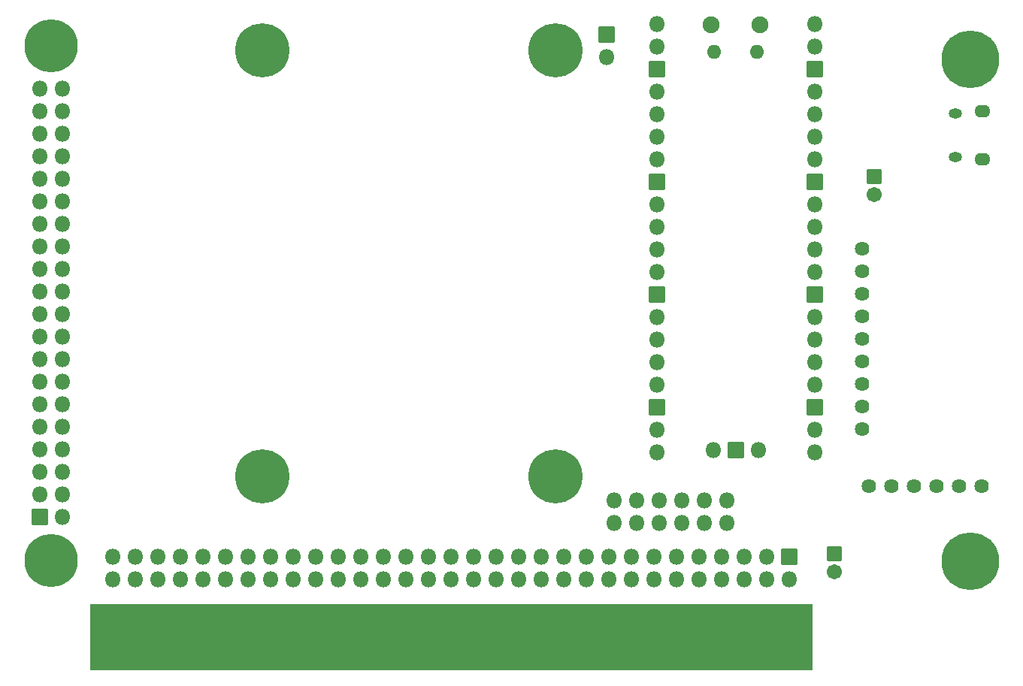
<source format=gbr>
G04 #@! TF.GenerationSoftware,KiCad,Pcbnew,(6.0.5-0)*
G04 #@! TF.CreationDate,2022-07-12T21:34:34-06:00*
G04 #@! TF.ProjectId,PiGUS,50694755-532e-46b6-9963-61645f706362,rev?*
G04 #@! TF.SameCoordinates,Original*
G04 #@! TF.FileFunction,Soldermask,Bot*
G04 #@! TF.FilePolarity,Negative*
%FSLAX46Y46*%
G04 Gerber Fmt 4.6, Leading zero omitted, Abs format (unit mm)*
G04 Created by KiCad (PCBNEW (6.0.5-0)) date 2022-07-12 21:34:34*
%MOMM*%
%LPD*%
G01*
G04 APERTURE LIST*
G04 Aperture macros list*
%AMRoundRect*
0 Rectangle with rounded corners*
0 $1 Rounding radius*
0 $2 $3 $4 $5 $6 $7 $8 $9 X,Y pos of 4 corners*
0 Add a 4 corners polygon primitive as box body*
4,1,4,$2,$3,$4,$5,$6,$7,$8,$9,$2,$3,0*
0 Add four circle primitives for the rounded corners*
1,1,$1+$1,$2,$3*
1,1,$1+$1,$4,$5*
1,1,$1+$1,$6,$7*
1,1,$1+$1,$8,$9*
0 Add four rect primitives between the rounded corners*
20,1,$1+$1,$2,$3,$4,$5,0*
20,1,$1+$1,$4,$5,$6,$7,0*
20,1,$1+$1,$6,$7,$8,$9,0*
20,1,$1+$1,$8,$9,$2,$3,0*%
G04 Aperture macros list end*
%ADD10C,0.100000*%
%ADD11C,6.000000*%
%ADD12RoundRect,0.051000X0.850000X0.850000X-0.850000X0.850000X-0.850000X-0.850000X0.850000X-0.850000X0*%
%ADD13O,1.802000X1.802000*%
%ADD14RoundRect,0.051000X-0.762000X-3.429000X0.762000X-3.429000X0.762000X3.429000X-0.762000X3.429000X0*%
%ADD15RoundRect,0.051000X-0.800000X0.800000X-0.800000X-0.800000X0.800000X-0.800000X0.800000X0.800000X0*%
%ADD16C,1.702000*%
%ADD17RoundRect,0.051000X-0.850000X-0.850000X0.850000X-0.850000X0.850000X0.850000X-0.850000X0.850000X0*%
%ADD18O,1.802000X1.402000*%
%ADD19O,1.502000X1.102000*%
%ADD20O,1.902000X1.902000*%
%ADD21O,1.602000X1.602000*%
%ADD22C,6.502000*%
%ADD23C,6.100000*%
%ADD24C,1.626000*%
%ADD25RoundRect,0.051000X-0.850000X0.850000X-0.850000X-0.850000X0.850000X-0.850000X0.850000X0.850000X0*%
G04 APERTURE END LIST*
D10*
G36*
X197802500Y-136207500D02*
G01*
X116522500Y-136207500D01*
X116522500Y-128905000D01*
X197802500Y-128905000D01*
X197802500Y-136207500D01*
G37*
X197802500Y-136207500D02*
X116522500Y-136207500D01*
X116522500Y-128905000D01*
X197802500Y-128905000D01*
X197802500Y-136207500D01*
G36*
X197802500Y-136207500D02*
G01*
X116522500Y-136207500D01*
X116522500Y-128905000D01*
X197802500Y-128905000D01*
X197802500Y-136207500D01*
G37*
X197802500Y-136207500D02*
X116522500Y-136207500D01*
X116522500Y-128905000D01*
X197802500Y-128905000D01*
X197802500Y-136207500D01*
D11*
X112118792Y-123940471D03*
X112118792Y-65940471D03*
D12*
X110848792Y-119070471D03*
D13*
X113388792Y-119070471D03*
X110848792Y-116530471D03*
X113388792Y-116530471D03*
X110848792Y-113990471D03*
X113388792Y-113990471D03*
X110848792Y-111450471D03*
X113388792Y-111450471D03*
X110848792Y-108910471D03*
X113388792Y-108910471D03*
X110848792Y-106370471D03*
X113388792Y-106370471D03*
X110848792Y-103830471D03*
X113388792Y-103830471D03*
X110848792Y-101290471D03*
X113388792Y-101290471D03*
X110848792Y-98750471D03*
X113388792Y-98750471D03*
X110848792Y-96210471D03*
X113388792Y-96210471D03*
X110848792Y-93670471D03*
X113388792Y-93670471D03*
X110848792Y-91130471D03*
X113388792Y-91130471D03*
X110848792Y-88590471D03*
X113388792Y-88590471D03*
X110848792Y-86050471D03*
X113388792Y-86050471D03*
X110848792Y-83510471D03*
X113388792Y-83510471D03*
X110848792Y-80970471D03*
X113388792Y-80970471D03*
X110848792Y-78430471D03*
X113388792Y-78430471D03*
X110848792Y-75890471D03*
X113388792Y-75890471D03*
X110848792Y-73350471D03*
X113388792Y-73350471D03*
X110848792Y-70810471D03*
X113388792Y-70810471D03*
D14*
X195262500Y-132397500D03*
X192722500Y-132397500D03*
X190182500Y-132397500D03*
X187642500Y-132397500D03*
X185102500Y-132397500D03*
X182562500Y-132397500D03*
X180022500Y-132397500D03*
X177482500Y-132397500D03*
X174942500Y-132397500D03*
X172402500Y-132397500D03*
X169862500Y-132397500D03*
X167322500Y-132397500D03*
X164782500Y-132397500D03*
X162242500Y-132397500D03*
X159702500Y-132397500D03*
X157162500Y-132397500D03*
X154622500Y-132397500D03*
X152082500Y-132397500D03*
X149542500Y-132397500D03*
X147002500Y-132397500D03*
X144462500Y-132397500D03*
X141922500Y-132397500D03*
X139382500Y-132397500D03*
X136842500Y-132397500D03*
X134302500Y-132397500D03*
X131762500Y-132397500D03*
X129222500Y-132397500D03*
X126682500Y-132397500D03*
X124142500Y-132397500D03*
X121602500Y-132397500D03*
X119062500Y-132397500D03*
D15*
X200342500Y-123190000D03*
D16*
X200342500Y-125190000D03*
D17*
X174700000Y-64725000D03*
D13*
X174700000Y-67265000D03*
D15*
X204800000Y-80700000D03*
D16*
X204800000Y-82700000D03*
D18*
X217001697Y-73316465D03*
D19*
X213971697Y-73616465D03*
X213971697Y-78466465D03*
D18*
X217001697Y-78766465D03*
D20*
X191955000Y-63630000D03*
X186505000Y-63630000D03*
D21*
X186805000Y-66660000D03*
X191655000Y-66660000D03*
D13*
X180340000Y-63500000D03*
X180340000Y-66040000D03*
D17*
X180340000Y-68580000D03*
D13*
X180340000Y-71120000D03*
X180340000Y-73660000D03*
X180340000Y-76200000D03*
X180340000Y-78740000D03*
D17*
X180340000Y-81280000D03*
D13*
X180340000Y-83820000D03*
X180340000Y-86360000D03*
X180340000Y-88900000D03*
X180340000Y-91440000D03*
D17*
X180340000Y-93980000D03*
D13*
X180340000Y-96520000D03*
X180340000Y-99060000D03*
X180340000Y-101600000D03*
X180340000Y-104140000D03*
D17*
X180340000Y-106680000D03*
D13*
X180340000Y-109220000D03*
X180340000Y-111760000D03*
X198120000Y-111760000D03*
X198120000Y-109220000D03*
D17*
X198120000Y-106680000D03*
D13*
X198120000Y-104140000D03*
X198120000Y-101600000D03*
X198120000Y-99060000D03*
X198120000Y-96520000D03*
D17*
X198120000Y-93980000D03*
D13*
X198120000Y-91440000D03*
X198120000Y-88900000D03*
X198120000Y-86360000D03*
X198120000Y-83820000D03*
D17*
X198120000Y-81280000D03*
D13*
X198120000Y-78740000D03*
X198120000Y-76200000D03*
X198120000Y-73660000D03*
X198120000Y-71120000D03*
D17*
X198120000Y-68580000D03*
D13*
X198120000Y-66040000D03*
X198120000Y-63500000D03*
X186690000Y-111530000D03*
D17*
X189230000Y-111530000D03*
D13*
X191770000Y-111530000D03*
D22*
X215658700Y-124008000D03*
D23*
X135900000Y-114500000D03*
X168900000Y-114500000D03*
X168900000Y-66500000D03*
X135900000Y-66500000D03*
D24*
X204269050Y-115582931D03*
X206809050Y-115582931D03*
X209349050Y-115582931D03*
X211889050Y-115582931D03*
X214429050Y-115582931D03*
X216969050Y-115582931D03*
X203489050Y-109142931D03*
X203489050Y-106602931D03*
X203489050Y-104062931D03*
X203489050Y-101522931D03*
X203489050Y-98982931D03*
X203489050Y-96442931D03*
X203489050Y-93902931D03*
X203489050Y-91362931D03*
X203489050Y-88822931D03*
D13*
X175577500Y-119697500D03*
X175577500Y-117157500D03*
X178117500Y-119697500D03*
X178117500Y-117157500D03*
X180657500Y-119697500D03*
X180657500Y-117157500D03*
X183197500Y-119697500D03*
X183197500Y-117157500D03*
X185737500Y-119697500D03*
X185737500Y-117157500D03*
X188277500Y-119697500D03*
X188277500Y-117157500D03*
D25*
X195262500Y-123502500D03*
D13*
X192722500Y-123502500D03*
X190182500Y-123502500D03*
X187642500Y-123502500D03*
X185102500Y-123502500D03*
X182562500Y-123502500D03*
X180022500Y-123502500D03*
X177482500Y-123502500D03*
X174942500Y-123502500D03*
X172402500Y-123502500D03*
X169862500Y-123502500D03*
X167322500Y-123502500D03*
X164782500Y-123502500D03*
X162242500Y-123502500D03*
X159702500Y-123502500D03*
X157162500Y-123502500D03*
X154622500Y-123502500D03*
X152082500Y-123502500D03*
X149542500Y-123502500D03*
X147002500Y-123502500D03*
X144462500Y-123502500D03*
X141922500Y-123502500D03*
X139382500Y-123502500D03*
X136842500Y-123502500D03*
X134302500Y-123502500D03*
X131762500Y-123502500D03*
X129222500Y-123502500D03*
X126682500Y-123502500D03*
X124142500Y-123502500D03*
X121602500Y-123502500D03*
X119062500Y-123502500D03*
X195262500Y-126042500D03*
X192722500Y-126042500D03*
X190182500Y-126042500D03*
X187642500Y-126042500D03*
X185102500Y-126042500D03*
X182562500Y-126042500D03*
X180022500Y-126042500D03*
X177482500Y-126042500D03*
X174942500Y-126042500D03*
X172402500Y-126042500D03*
X169862500Y-126042500D03*
X167322500Y-126042500D03*
X164782500Y-126042500D03*
X162242500Y-126042500D03*
X159702500Y-126042500D03*
X157162500Y-126042500D03*
X154622500Y-126042500D03*
X152082500Y-126042500D03*
X149542500Y-126042500D03*
X147002500Y-126042500D03*
X144462500Y-126042500D03*
X141922500Y-126042500D03*
X139382500Y-126042500D03*
X136842500Y-126042500D03*
X134302500Y-126042500D03*
X131762500Y-126042500D03*
X129222500Y-126042500D03*
X126682500Y-126042500D03*
X124142500Y-126042500D03*
X121602500Y-126042500D03*
X119062500Y-126042500D03*
D22*
X215658700Y-67493000D03*
G36*
X153882590Y-111593081D02*
G01*
X153899620Y-111598081D01*
X153900185Y-111598673D01*
X153901000Y-111598673D01*
X153901512Y-111599095D01*
X153904403Y-111602432D01*
X153904845Y-111603317D01*
X153906954Y-111613013D01*
X153907000Y-111613438D01*
X153907000Y-118082027D01*
X153906919Y-118082590D01*
X153901919Y-118099620D01*
X153901327Y-118100185D01*
X153901327Y-118101000D01*
X153900905Y-118101512D01*
X153897568Y-118104403D01*
X153896683Y-118104845D01*
X153886987Y-118106954D01*
X153886562Y-118107000D01*
X142917973Y-118107000D01*
X142917410Y-118106919D01*
X142900380Y-118101919D01*
X142899815Y-118101327D01*
X142899000Y-118101327D01*
X142898488Y-118100905D01*
X142895971Y-118098000D01*
X142902000Y-118098000D01*
X153898000Y-118098000D01*
X153898000Y-111602000D01*
X142902000Y-111602000D01*
X142902000Y-118098000D01*
X142895971Y-118098000D01*
X142895597Y-118097568D01*
X142895155Y-118096683D01*
X142893046Y-118086987D01*
X142893000Y-118086562D01*
X142893000Y-111617973D01*
X142893081Y-111617410D01*
X142898081Y-111600380D01*
X142898673Y-111599815D01*
X142898673Y-111599000D01*
X142899095Y-111598488D01*
X142902432Y-111595597D01*
X142903317Y-111595155D01*
X142913013Y-111593046D01*
X142913438Y-111593000D01*
X153882027Y-111593000D01*
X153882590Y-111593081D01*
G37*
M02*

</source>
